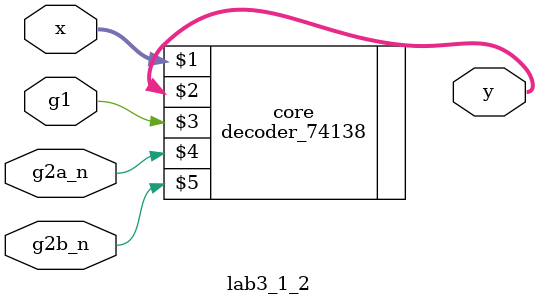
<source format=v>
`timescale 1ns / 1ps


module lab3_1_2(
    input g1, g2a_n, g2b_n,
    input [2:0] x,
    output [7:0] y
    );
    
    decoder_74138 core(x, y, g1, g2a_n, g2b_n);
endmodule

</source>
